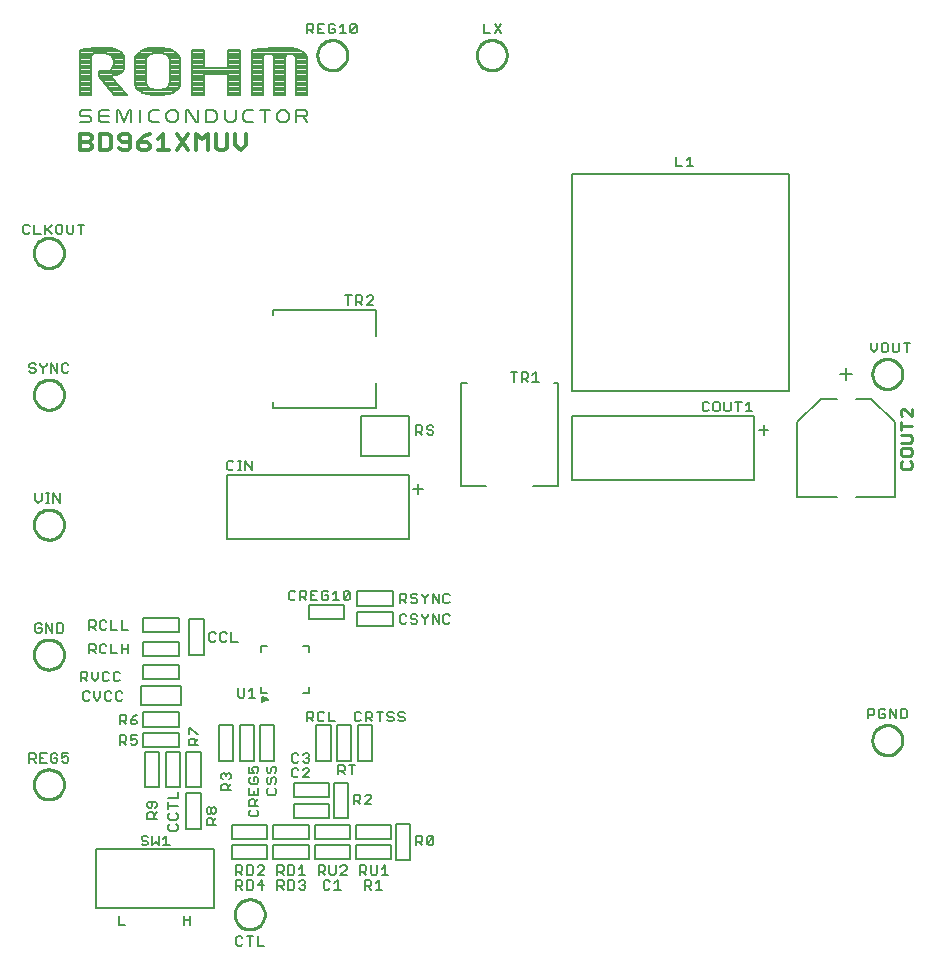
<source format=gto>
G75*
G70*
%OFA0B0*%
%FSLAX24Y24*%
%IPPOS*%
%LPD*%
%AMOC8*
5,1,8,0,0,1.08239X$1,22.5*
%
%ADD10C,0.0080*%
%ADD11C,0.0140*%
%ADD12C,0.0079*%
%ADD13C,0.0100*%
%ADD14C,0.0083*%
%ADD15C,0.0070*%
%ADD16C,0.0090*%
D10*
X004303Y000827D02*
X004513Y000827D01*
X004303Y000827D02*
X004303Y001141D01*
X006469Y001141D02*
X006469Y000827D01*
X006469Y000984D02*
X006678Y000984D01*
X006678Y001141D02*
X006678Y000827D01*
X008209Y000400D02*
X008209Y000191D01*
X008262Y000138D01*
X008366Y000138D01*
X008419Y000191D01*
X008419Y000400D02*
X008366Y000452D01*
X008262Y000452D01*
X008209Y000400D01*
X008572Y000452D02*
X008781Y000452D01*
X008676Y000452D02*
X008676Y000138D01*
X008934Y000138D02*
X008934Y000452D01*
X008934Y000138D02*
X009144Y000138D01*
X009086Y002009D02*
X009086Y002322D01*
X008929Y002165D01*
X009139Y002165D01*
X009139Y002501D02*
X008929Y002501D01*
X009139Y002710D01*
X009139Y002762D01*
X009086Y002815D01*
X008982Y002815D01*
X008929Y002762D01*
X008776Y002762D02*
X008724Y002815D01*
X008567Y002815D01*
X008567Y002501D01*
X008724Y002501D01*
X008776Y002553D01*
X008776Y002762D01*
X008414Y002762D02*
X008414Y002658D01*
X008361Y002605D01*
X008204Y002605D01*
X008204Y002501D02*
X008204Y002815D01*
X008361Y002815D01*
X008414Y002762D01*
X008309Y002605D02*
X008414Y002501D01*
X008361Y002322D02*
X008204Y002322D01*
X008204Y002009D01*
X008204Y002113D02*
X008361Y002113D01*
X008414Y002165D01*
X008414Y002270D01*
X008361Y002322D01*
X008567Y002322D02*
X008724Y002322D01*
X008776Y002270D01*
X008776Y002061D01*
X008724Y002009D01*
X008567Y002009D01*
X008567Y002322D01*
X008309Y002113D02*
X008414Y002009D01*
X009582Y002009D02*
X009582Y002322D01*
X009739Y002322D01*
X009792Y002270D01*
X009792Y002165D01*
X009739Y002113D01*
X009582Y002113D01*
X009687Y002113D02*
X009792Y002009D01*
X009945Y002009D02*
X009945Y002322D01*
X010102Y002322D01*
X010154Y002270D01*
X010154Y002061D01*
X010102Y002009D01*
X009945Y002009D01*
X010307Y002061D02*
X010360Y002009D01*
X010464Y002009D01*
X010517Y002061D01*
X010517Y002113D01*
X010464Y002165D01*
X010412Y002165D01*
X010464Y002165D02*
X010517Y002218D01*
X010517Y002270D01*
X010464Y002322D01*
X010360Y002322D01*
X010307Y002270D01*
X010307Y002501D02*
X010517Y002501D01*
X010412Y002501D02*
X010412Y002815D01*
X010307Y002710D01*
X010154Y002762D02*
X010102Y002815D01*
X009945Y002815D01*
X009945Y002501D01*
X010102Y002501D01*
X010154Y002553D01*
X010154Y002762D01*
X009792Y002762D02*
X009792Y002658D01*
X009739Y002605D01*
X009582Y002605D01*
X009582Y002501D02*
X009582Y002815D01*
X009739Y002815D01*
X009792Y002762D01*
X009687Y002605D02*
X009792Y002501D01*
X010960Y002501D02*
X010960Y002815D01*
X011117Y002815D01*
X011170Y002762D01*
X011170Y002658D01*
X011117Y002605D01*
X010960Y002605D01*
X011065Y002605D02*
X011170Y002501D01*
X011323Y002553D02*
X011375Y002501D01*
X011480Y002501D01*
X011532Y002553D01*
X011532Y002815D01*
X011685Y002762D02*
X011738Y002815D01*
X011842Y002815D01*
X011895Y002762D01*
X011895Y002710D01*
X011685Y002501D01*
X011895Y002501D01*
X011593Y002322D02*
X011593Y002009D01*
X011489Y002009D02*
X011698Y002009D01*
X011489Y002218D02*
X011593Y002322D01*
X011335Y002270D02*
X011283Y002322D01*
X011178Y002322D01*
X011126Y002270D01*
X011126Y002061D01*
X011178Y002009D01*
X011283Y002009D01*
X011335Y002061D01*
X011323Y002553D02*
X011323Y002815D01*
X012338Y002815D02*
X012495Y002815D01*
X012548Y002762D01*
X012548Y002658D01*
X012495Y002605D01*
X012338Y002605D01*
X012338Y002501D02*
X012338Y002815D01*
X012443Y002605D02*
X012548Y002501D01*
X012701Y002553D02*
X012753Y002501D01*
X012858Y002501D01*
X012910Y002553D01*
X012910Y002815D01*
X013063Y002710D02*
X013168Y002815D01*
X013168Y002501D01*
X013063Y002501D02*
X013273Y002501D01*
X012971Y002322D02*
X012971Y002009D01*
X012866Y002009D02*
X013076Y002009D01*
X012866Y002218D02*
X012971Y002322D01*
X012713Y002270D02*
X012713Y002165D01*
X012661Y002113D01*
X012504Y002113D01*
X012504Y002009D02*
X012504Y002322D01*
X012661Y002322D01*
X012713Y002270D01*
X012609Y002113D02*
X012713Y002009D01*
X012701Y002553D02*
X012701Y002815D01*
X014213Y003485D02*
X014213Y003799D01*
X014370Y003799D01*
X014423Y003747D01*
X014423Y003642D01*
X014370Y003590D01*
X014213Y003590D01*
X014318Y003590D02*
X014423Y003485D01*
X014576Y003537D02*
X014785Y003747D01*
X014785Y003537D01*
X014733Y003485D01*
X014628Y003485D01*
X014576Y003537D01*
X014576Y003747D01*
X014628Y003799D01*
X014733Y003799D01*
X014785Y003747D01*
X012718Y004863D02*
X012509Y004863D01*
X012718Y005072D01*
X012718Y005124D01*
X012666Y005177D01*
X012561Y005177D01*
X012509Y005124D01*
X012356Y005124D02*
X012356Y005020D01*
X012303Y004967D01*
X012146Y004967D01*
X012146Y004863D02*
X012146Y005177D01*
X012303Y005177D01*
X012356Y005124D01*
X012251Y004967D02*
X012356Y004863D01*
X012085Y005847D02*
X012085Y006161D01*
X011981Y006161D02*
X012190Y006161D01*
X011827Y006109D02*
X011827Y006004D01*
X011775Y005952D01*
X011618Y005952D01*
X011723Y005952D02*
X011827Y005847D01*
X011618Y005847D02*
X011618Y006161D01*
X011775Y006161D01*
X011827Y006109D01*
X010651Y006010D02*
X010599Y006063D01*
X010494Y006063D01*
X010442Y006010D01*
X010289Y006010D02*
X010236Y006063D01*
X010132Y006063D01*
X010079Y006010D01*
X010079Y005801D01*
X010132Y005749D01*
X010236Y005749D01*
X010289Y005801D01*
X010442Y005749D02*
X010651Y005958D01*
X010651Y006010D01*
X010599Y006241D02*
X010494Y006241D01*
X010442Y006293D01*
X010547Y006398D02*
X010599Y006398D01*
X010651Y006345D01*
X010651Y006293D01*
X010599Y006241D01*
X010599Y006398D02*
X010651Y006450D01*
X010651Y006502D01*
X010599Y006555D01*
X010494Y006555D01*
X010442Y006502D01*
X010289Y006502D02*
X010236Y006555D01*
X010132Y006555D01*
X010079Y006502D01*
X010079Y006293D01*
X010132Y006241D01*
X010236Y006241D01*
X010289Y006293D01*
X009547Y006055D02*
X009547Y005950D01*
X009494Y005898D01*
X009390Y005950D02*
X009390Y006055D01*
X009442Y006107D01*
X009494Y006107D01*
X009547Y006055D01*
X009390Y005950D02*
X009337Y005898D01*
X009285Y005898D01*
X009233Y005950D01*
X009233Y006055D01*
X009285Y006107D01*
X008956Y006055D02*
X008956Y005950D01*
X008904Y005898D01*
X008799Y005898D02*
X008747Y006003D01*
X008747Y006055D01*
X008799Y006107D01*
X008904Y006107D01*
X008956Y006055D01*
X008799Y005898D02*
X008642Y005898D01*
X008642Y006107D01*
X008694Y005745D02*
X008642Y005692D01*
X008642Y005588D01*
X008694Y005535D01*
X008904Y005535D01*
X008956Y005588D01*
X008956Y005692D01*
X008904Y005745D01*
X008799Y005745D01*
X008799Y005640D01*
X008642Y005382D02*
X008642Y005173D01*
X008956Y005173D01*
X008956Y005382D01*
X008799Y005278D02*
X008799Y005173D01*
X008799Y005020D02*
X008694Y005020D01*
X008642Y004967D01*
X008642Y004810D01*
X008956Y004810D01*
X008851Y004810D02*
X008851Y004967D01*
X008799Y005020D01*
X008851Y004915D02*
X008956Y005020D01*
X009233Y005225D02*
X009285Y005173D01*
X009494Y005173D01*
X009547Y005225D01*
X009547Y005330D01*
X009494Y005382D01*
X009494Y005535D02*
X009547Y005588D01*
X009547Y005692D01*
X009494Y005745D01*
X009442Y005745D01*
X009390Y005692D01*
X009390Y005588D01*
X009337Y005535D01*
X009285Y005535D01*
X009233Y005588D01*
X009233Y005692D01*
X009285Y005745D01*
X009285Y005382D02*
X009233Y005330D01*
X009233Y005225D01*
X008904Y004657D02*
X008956Y004605D01*
X008956Y004500D01*
X008904Y004448D01*
X008694Y004448D01*
X008642Y004500D01*
X008642Y004605D01*
X008694Y004657D01*
X008031Y005319D02*
X007717Y005319D01*
X007717Y005476D01*
X007769Y005528D01*
X007874Y005528D01*
X007926Y005476D01*
X007926Y005319D01*
X007926Y005424D02*
X008031Y005528D01*
X007979Y005681D02*
X008031Y005734D01*
X008031Y005838D01*
X007979Y005891D01*
X007926Y005891D01*
X007874Y005838D01*
X007874Y005786D01*
X007874Y005838D02*
X007822Y005891D01*
X007769Y005891D01*
X007717Y005838D01*
X007717Y005734D01*
X007769Y005681D01*
X007486Y004746D02*
X007539Y004693D01*
X007539Y004589D01*
X007486Y004536D01*
X007434Y004536D01*
X007382Y004589D01*
X007382Y004693D01*
X007434Y004746D01*
X007486Y004746D01*
X007382Y004693D02*
X007329Y004746D01*
X007277Y004746D01*
X007225Y004693D01*
X007225Y004589D01*
X007277Y004536D01*
X007329Y004536D01*
X007382Y004589D01*
X007382Y004383D02*
X007434Y004331D01*
X007434Y004174D01*
X007434Y004279D02*
X007539Y004383D01*
X007382Y004383D02*
X007277Y004383D01*
X007225Y004331D01*
X007225Y004174D01*
X007539Y004174D01*
X006259Y004134D02*
X006207Y004186D01*
X006259Y004134D02*
X006259Y004029D01*
X006207Y003977D01*
X005998Y003977D01*
X005945Y004029D01*
X005945Y004134D01*
X005998Y004186D01*
X005998Y004340D02*
X006207Y004340D01*
X006259Y004392D01*
X006259Y004497D01*
X006207Y004549D01*
X005998Y004549D02*
X005945Y004497D01*
X005945Y004392D01*
X005998Y004340D01*
X005945Y004702D02*
X005945Y004911D01*
X005945Y004807D02*
X006259Y004807D01*
X006259Y005065D02*
X006259Y005274D01*
X006259Y005065D02*
X005945Y005065D01*
X005570Y004890D02*
X005518Y004943D01*
X005309Y004943D01*
X005256Y004890D01*
X005256Y004786D01*
X005309Y004733D01*
X005361Y004733D01*
X005413Y004786D01*
X005413Y004943D01*
X005570Y004890D02*
X005570Y004786D01*
X005518Y004733D01*
X005570Y004580D02*
X005466Y004475D01*
X005466Y004528D02*
X005466Y004371D01*
X005570Y004371D02*
X005256Y004371D01*
X005256Y004528D01*
X005309Y004580D01*
X005413Y004580D01*
X005466Y004528D01*
X005422Y003799D02*
X005422Y003485D01*
X005527Y003590D01*
X005632Y003485D01*
X005632Y003799D01*
X005785Y003694D02*
X005889Y003799D01*
X005889Y003485D01*
X005785Y003485D02*
X005994Y003485D01*
X005269Y003537D02*
X005217Y003485D01*
X005112Y003485D01*
X005060Y003537D01*
X005112Y003642D02*
X005217Y003642D01*
X005269Y003590D01*
X005269Y003537D01*
X005112Y003642D02*
X005060Y003694D01*
X005060Y003747D01*
X005112Y003799D01*
X005217Y003799D01*
X005269Y003747D01*
X002616Y006293D02*
X002564Y006241D01*
X002459Y006241D01*
X002407Y006293D01*
X002407Y006398D02*
X002512Y006450D01*
X002564Y006450D01*
X002616Y006398D01*
X002616Y006293D01*
X002407Y006398D02*
X002407Y006555D01*
X002616Y006555D01*
X002254Y006502D02*
X002202Y006555D01*
X002097Y006555D01*
X002045Y006502D01*
X002045Y006293D01*
X002097Y006241D01*
X002202Y006241D01*
X002254Y006293D01*
X002254Y006398D01*
X002149Y006398D01*
X001891Y006555D02*
X001682Y006555D01*
X001682Y006241D01*
X001891Y006241D01*
X001787Y006398D02*
X001682Y006398D01*
X001529Y006398D02*
X001477Y006345D01*
X001320Y006345D01*
X001424Y006345D02*
X001529Y006241D01*
X001529Y006398D02*
X001529Y006502D01*
X001477Y006555D01*
X001320Y006555D01*
X001320Y006241D01*
X003170Y008308D02*
X003274Y008308D01*
X003327Y008360D01*
X003480Y008412D02*
X003585Y008308D01*
X003689Y008412D01*
X003689Y008622D01*
X003843Y008569D02*
X003843Y008360D01*
X003895Y008308D01*
X004000Y008308D01*
X004052Y008360D01*
X004205Y008360D02*
X004257Y008308D01*
X004362Y008308D01*
X004414Y008360D01*
X004205Y008360D02*
X004205Y008569D01*
X004257Y008622D01*
X004362Y008622D01*
X004414Y008569D01*
X004052Y008569D02*
X004000Y008622D01*
X003895Y008622D01*
X003843Y008569D01*
X003480Y008622D02*
X003480Y008412D01*
X003327Y008569D02*
X003274Y008622D01*
X003170Y008622D01*
X003118Y008569D01*
X003118Y008360D01*
X003170Y008308D01*
X003248Y008957D02*
X003143Y009062D01*
X003196Y009062D02*
X003039Y009062D01*
X003039Y008957D02*
X003039Y009271D01*
X003196Y009271D01*
X003248Y009219D01*
X003248Y009114D01*
X003196Y009062D01*
X003401Y009062D02*
X003401Y009271D01*
X003401Y009062D02*
X003506Y008957D01*
X003611Y009062D01*
X003611Y009271D01*
X003764Y009219D02*
X003764Y009010D01*
X003816Y008957D01*
X003921Y008957D01*
X003973Y009010D01*
X004126Y009010D02*
X004126Y009219D01*
X004179Y009271D01*
X004283Y009271D01*
X004336Y009219D01*
X004336Y009010D02*
X004283Y008957D01*
X004179Y008957D01*
X004126Y009010D01*
X003973Y009219D02*
X003921Y009271D01*
X003816Y009271D01*
X003764Y009219D01*
X003729Y009883D02*
X003834Y009883D01*
X003886Y009935D01*
X004039Y009883D02*
X004039Y010196D01*
X003886Y010144D02*
X003834Y010196D01*
X003729Y010196D01*
X003677Y010144D01*
X003677Y009935D01*
X003729Y009883D01*
X003524Y009883D02*
X003419Y009987D01*
X003471Y009987D02*
X003314Y009987D01*
X003314Y009883D02*
X003314Y010196D01*
X003471Y010196D01*
X003524Y010144D01*
X003524Y010040D01*
X003471Y009987D01*
X003524Y010670D02*
X003419Y010775D01*
X003471Y010775D02*
X003314Y010775D01*
X003314Y010670D02*
X003314Y010984D01*
X003471Y010984D01*
X003524Y010932D01*
X003524Y010827D01*
X003471Y010775D01*
X003677Y010722D02*
X003729Y010670D01*
X003834Y010670D01*
X003886Y010722D01*
X004039Y010670D02*
X004249Y010670D01*
X004402Y010670D02*
X004611Y010670D01*
X004402Y010670D02*
X004402Y010984D01*
X004039Y010984D02*
X004039Y010670D01*
X003886Y010932D02*
X003834Y010984D01*
X003729Y010984D01*
X003677Y010932D01*
X003677Y010722D01*
X004402Y010196D02*
X004402Y009883D01*
X004249Y009883D02*
X004039Y009883D01*
X004402Y010040D02*
X004611Y010040D01*
X004611Y010196D02*
X004611Y009883D01*
X002451Y010624D02*
X002451Y010833D01*
X002398Y010885D01*
X002241Y010885D01*
X002241Y010571D01*
X002398Y010571D01*
X002451Y010624D01*
X002088Y010571D02*
X002088Y010885D01*
X001879Y010885D02*
X001879Y010571D01*
X001726Y010624D02*
X001726Y010728D01*
X001621Y010728D01*
X001516Y010624D02*
X001516Y010833D01*
X001569Y010885D01*
X001673Y010885D01*
X001726Y010833D01*
X001879Y010885D02*
X002088Y010571D01*
X001726Y010624D02*
X001673Y010571D01*
X001569Y010571D01*
X001516Y010624D01*
X004335Y007145D02*
X004492Y007145D01*
X004544Y007093D01*
X004544Y006988D01*
X004492Y006936D01*
X004335Y006936D01*
X004439Y006936D02*
X004544Y006831D01*
X004697Y006884D02*
X004749Y006831D01*
X004854Y006831D01*
X004906Y006884D01*
X004906Y006988D01*
X004854Y007041D01*
X004802Y007041D01*
X004697Y006988D01*
X004697Y007145D01*
X004906Y007145D01*
X004335Y007145D02*
X004335Y006831D01*
X007376Y010276D02*
X007480Y010276D01*
X007533Y010329D01*
X007686Y010329D02*
X007738Y010276D01*
X007843Y010276D01*
X007895Y010329D01*
X008048Y010276D02*
X008258Y010276D01*
X008048Y010276D02*
X008048Y010590D01*
X007895Y010538D02*
X007843Y010590D01*
X007738Y010590D01*
X007686Y010538D01*
X007686Y010329D01*
X007533Y010538D02*
X007480Y010590D01*
X007376Y010590D01*
X007323Y010538D01*
X007323Y010329D01*
X007376Y010276D01*
X008272Y008720D02*
X008272Y008458D01*
X008324Y008406D01*
X008429Y008406D01*
X008481Y008458D01*
X008481Y008720D01*
X008634Y008615D02*
X008739Y008720D01*
X008739Y008406D01*
X008843Y008406D02*
X008634Y008406D01*
X010571Y007933D02*
X010571Y007619D01*
X010571Y007723D02*
X010728Y007723D01*
X010781Y007776D01*
X010781Y007880D01*
X010728Y007933D01*
X010571Y007933D01*
X010676Y007723D02*
X010781Y007619D01*
X010934Y007671D02*
X010986Y007619D01*
X011091Y007619D01*
X011143Y007671D01*
X011297Y007619D02*
X011506Y007619D01*
X011297Y007619D02*
X011297Y007933D01*
X011143Y007880D02*
X011091Y007933D01*
X010986Y007933D01*
X010934Y007880D01*
X010934Y007671D01*
X012166Y007671D02*
X012218Y007619D01*
X012323Y007619D01*
X012375Y007671D01*
X012528Y007619D02*
X012528Y007933D01*
X012685Y007933D01*
X012738Y007880D01*
X012738Y007776D01*
X012685Y007723D01*
X012528Y007723D01*
X012633Y007723D02*
X012738Y007619D01*
X012996Y007619D02*
X012996Y007933D01*
X013100Y007933D02*
X012891Y007933D01*
X013254Y007880D02*
X013254Y007828D01*
X013306Y007776D01*
X013411Y007776D01*
X013463Y007723D01*
X013463Y007671D01*
X013411Y007619D01*
X013306Y007619D01*
X013254Y007671D01*
X013254Y007880D02*
X013306Y007933D01*
X013411Y007933D01*
X013463Y007880D01*
X013616Y007880D02*
X013616Y007828D01*
X013668Y007776D01*
X013773Y007776D01*
X013825Y007723D01*
X013825Y007671D01*
X013773Y007619D01*
X013668Y007619D01*
X013616Y007671D01*
X013616Y007880D02*
X013668Y007933D01*
X013773Y007933D01*
X013825Y007880D01*
X012375Y007880D02*
X012323Y007933D01*
X012218Y007933D01*
X012166Y007880D01*
X012166Y007671D01*
X010651Y005749D02*
X010442Y005749D01*
X013724Y010867D02*
X013829Y010867D01*
X013881Y010919D01*
X014034Y010919D02*
X014087Y010867D01*
X014191Y010867D01*
X014244Y010919D01*
X014244Y010971D01*
X014191Y011024D01*
X014087Y011024D01*
X014034Y011076D01*
X014034Y011128D01*
X014087Y011181D01*
X014191Y011181D01*
X014244Y011128D01*
X014397Y011128D02*
X014502Y011024D01*
X014502Y010867D01*
X014502Y011024D02*
X014606Y011128D01*
X014606Y011181D01*
X014759Y011181D02*
X014969Y010867D01*
X014969Y011181D01*
X015122Y011128D02*
X015122Y010919D01*
X015174Y010867D01*
X015279Y010867D01*
X015331Y010919D01*
X015331Y011128D02*
X015279Y011181D01*
X015174Y011181D01*
X015122Y011128D01*
X014759Y011181D02*
X014759Y010867D01*
X014397Y011128D02*
X014397Y011181D01*
X014502Y011556D02*
X014502Y011713D01*
X014606Y011817D01*
X014606Y011870D01*
X014759Y011870D02*
X014969Y011556D01*
X014969Y011870D01*
X015122Y011817D02*
X015122Y011608D01*
X015174Y011556D01*
X015279Y011556D01*
X015331Y011608D01*
X015331Y011817D02*
X015279Y011870D01*
X015174Y011870D01*
X015122Y011817D01*
X014759Y011870D02*
X014759Y011556D01*
X014502Y011713D02*
X014397Y011817D01*
X014397Y011870D01*
X014244Y011817D02*
X014191Y011870D01*
X014087Y011870D01*
X014034Y011817D01*
X014034Y011765D01*
X014087Y011713D01*
X014191Y011713D01*
X014244Y011660D01*
X014244Y011608D01*
X014191Y011556D01*
X014087Y011556D01*
X014034Y011608D01*
X013881Y011556D02*
X013777Y011660D01*
X013829Y011660D02*
X013672Y011660D01*
X013672Y011556D02*
X013672Y011870D01*
X013829Y011870D01*
X013881Y011817D01*
X013881Y011713D01*
X013829Y011660D01*
X013829Y011181D02*
X013724Y011181D01*
X013672Y011128D01*
X013672Y010919D01*
X013724Y010867D01*
X013881Y011128D02*
X013829Y011181D01*
X012003Y011707D02*
X011950Y011654D01*
X011846Y011654D01*
X011794Y011707D01*
X012003Y011916D01*
X012003Y011707D01*
X012003Y011916D02*
X011950Y011968D01*
X011846Y011968D01*
X011794Y011916D01*
X011794Y011707D01*
X011640Y011654D02*
X011431Y011654D01*
X011536Y011654D02*
X011536Y011968D01*
X011431Y011863D01*
X011278Y011811D02*
X011173Y011811D01*
X011278Y011811D02*
X011278Y011707D01*
X011225Y011654D01*
X011121Y011654D01*
X011068Y011707D01*
X011068Y011916D01*
X011121Y011968D01*
X011225Y011968D01*
X011278Y011916D01*
X010915Y011968D02*
X010706Y011968D01*
X010706Y011654D01*
X010915Y011654D01*
X010811Y011811D02*
X010706Y011811D01*
X010553Y011811D02*
X010500Y011759D01*
X010343Y011759D01*
X010343Y011654D02*
X010343Y011968D01*
X010500Y011968D01*
X010553Y011916D01*
X010553Y011811D01*
X010448Y011759D02*
X010553Y011654D01*
X010190Y011707D02*
X010138Y011654D01*
X010033Y011654D01*
X009981Y011707D01*
X009981Y011916D01*
X010033Y011968D01*
X010138Y011968D01*
X010190Y011916D01*
X008728Y015985D02*
X008728Y016299D01*
X008518Y016299D02*
X008728Y015985D01*
X008518Y015985D02*
X008518Y016299D01*
X008381Y016299D02*
X008277Y016299D01*
X008329Y016299D02*
X008329Y015985D01*
X008277Y015985D02*
X008381Y015985D01*
X008123Y016037D02*
X008071Y015985D01*
X007966Y015985D01*
X007914Y016037D01*
X007914Y016247D01*
X007966Y016299D01*
X008071Y016299D01*
X008123Y016247D01*
X002616Y019285D02*
X002564Y019233D01*
X002459Y019233D01*
X002407Y019285D01*
X002407Y019495D01*
X002459Y019547D01*
X002564Y019547D01*
X002616Y019495D01*
X002254Y019547D02*
X002254Y019233D01*
X002045Y019547D01*
X002045Y019233D01*
X001787Y019233D02*
X001787Y019390D01*
X001891Y019495D01*
X001891Y019547D01*
X001787Y019390D02*
X001682Y019495D01*
X001682Y019547D01*
X001529Y019495D02*
X001477Y019547D01*
X001372Y019547D01*
X001320Y019495D01*
X001320Y019442D01*
X001372Y019390D01*
X001477Y019390D01*
X001529Y019338D01*
X001529Y019285D01*
X001477Y019233D01*
X001372Y019233D01*
X001320Y019285D01*
X001516Y015216D02*
X001516Y015007D01*
X001621Y014902D01*
X001726Y015007D01*
X001726Y015216D01*
X001879Y015216D02*
X001984Y015216D01*
X001931Y015216D02*
X001931Y014902D01*
X001879Y014902D02*
X001984Y014902D01*
X002121Y014902D02*
X002121Y015216D01*
X002330Y014902D01*
X002330Y015216D01*
X002367Y023859D02*
X002420Y023911D01*
X002420Y024121D01*
X002367Y024173D01*
X002263Y024173D01*
X002210Y024121D01*
X002210Y023911D01*
X002263Y023859D01*
X002367Y023859D01*
X002573Y023911D02*
X002573Y024173D01*
X002782Y024173D02*
X002782Y023911D01*
X002730Y023859D01*
X002625Y023859D01*
X002573Y023911D01*
X002935Y024173D02*
X003145Y024173D01*
X003040Y024173D02*
X003040Y023859D01*
X002057Y023859D02*
X001900Y024016D01*
X001848Y023964D02*
X002057Y024173D01*
X001848Y024173D02*
X001848Y023859D01*
X001695Y023859D02*
X001485Y023859D01*
X001485Y024173D01*
X001332Y024121D02*
X001280Y024173D01*
X001175Y024173D01*
X001123Y024121D01*
X001123Y023911D01*
X001175Y023859D01*
X001280Y023859D01*
X001332Y023911D01*
X010571Y030552D02*
X010571Y030866D01*
X010728Y030866D01*
X010781Y030813D01*
X010781Y030709D01*
X010728Y030656D01*
X010571Y030656D01*
X010676Y030656D02*
X010781Y030552D01*
X010934Y030552D02*
X011143Y030552D01*
X011297Y030604D02*
X011349Y030552D01*
X011454Y030552D01*
X011506Y030604D01*
X011506Y030709D01*
X011401Y030709D01*
X011297Y030813D02*
X011297Y030604D01*
X011297Y030813D02*
X011349Y030866D01*
X011454Y030866D01*
X011506Y030813D01*
X011659Y030761D02*
X011764Y030866D01*
X011764Y030552D01*
X011868Y030552D02*
X011659Y030552D01*
X012022Y030604D02*
X012231Y030813D01*
X012231Y030604D01*
X012179Y030552D01*
X012074Y030552D01*
X012022Y030604D01*
X012022Y030813D01*
X012074Y030866D01*
X012179Y030866D01*
X012231Y030813D01*
X011143Y030866D02*
X010934Y030866D01*
X010934Y030552D01*
X010934Y030709D02*
X011039Y030709D01*
X016477Y030866D02*
X016477Y030552D01*
X016686Y030552D01*
X016840Y030552D02*
X017049Y030866D01*
X016840Y030866D02*
X017049Y030552D01*
X022875Y026437D02*
X022875Y026123D01*
X023084Y026123D01*
X023237Y026123D02*
X023446Y026123D01*
X023342Y026123D02*
X023342Y026437D01*
X023237Y026332D01*
X029371Y020236D02*
X029371Y020027D01*
X029475Y019922D01*
X029580Y020027D01*
X029580Y020236D01*
X029733Y020184D02*
X029733Y019974D01*
X029786Y019922D01*
X029890Y019922D01*
X029943Y019974D01*
X029943Y020184D01*
X029890Y020236D01*
X029786Y020236D01*
X029733Y020184D01*
X030096Y020236D02*
X030096Y019974D01*
X030148Y019922D01*
X030253Y019922D01*
X030305Y019974D01*
X030305Y020236D01*
X030458Y020236D02*
X030668Y020236D01*
X030563Y020236D02*
X030563Y019922D01*
X025315Y018267D02*
X025315Y017953D01*
X025211Y017953D02*
X025420Y017953D01*
X025211Y018163D02*
X025315Y018267D01*
X025057Y018267D02*
X024848Y018267D01*
X024953Y018267D02*
X024953Y017953D01*
X024695Y018006D02*
X024695Y018267D01*
X024485Y018267D02*
X024485Y018006D01*
X024538Y017953D01*
X024642Y017953D01*
X024695Y018006D01*
X024332Y018006D02*
X024332Y018215D01*
X024280Y018267D01*
X024175Y018267D01*
X024123Y018215D01*
X024123Y018006D01*
X024175Y017953D01*
X024280Y017953D01*
X024332Y018006D01*
X023970Y018006D02*
X023917Y017953D01*
X023813Y017953D01*
X023760Y018006D01*
X023760Y018215D01*
X023813Y018267D01*
X023917Y018267D01*
X023970Y018215D01*
X018297Y018938D02*
X018088Y018938D01*
X018193Y018938D02*
X018193Y019252D01*
X018088Y019147D01*
X017935Y019199D02*
X017935Y019095D01*
X017882Y019042D01*
X017725Y019042D01*
X017725Y018938D02*
X017725Y019252D01*
X017882Y019252D01*
X017935Y019199D01*
X017830Y019042D02*
X017935Y018938D01*
X017467Y018938D02*
X017467Y019252D01*
X017363Y019252D02*
X017572Y019252D01*
X014785Y017428D02*
X014733Y017480D01*
X014628Y017480D01*
X014576Y017428D01*
X014576Y017375D01*
X014628Y017323D01*
X014733Y017323D01*
X014785Y017271D01*
X014785Y017218D01*
X014733Y017166D01*
X014628Y017166D01*
X014576Y017218D01*
X014423Y017166D02*
X014318Y017271D01*
X014370Y017271D02*
X014213Y017271D01*
X014213Y017166D02*
X014213Y017480D01*
X014370Y017480D01*
X014423Y017428D01*
X014423Y017323D01*
X014370Y017271D01*
X012785Y021497D02*
X012576Y021497D01*
X012785Y021706D01*
X012785Y021758D01*
X012733Y021811D01*
X012628Y021811D01*
X012576Y021758D01*
X012423Y021758D02*
X012423Y021654D01*
X012371Y021601D01*
X012214Y021601D01*
X012318Y021601D02*
X012423Y021497D01*
X012214Y021497D02*
X012214Y021811D01*
X012371Y021811D01*
X012423Y021758D01*
X012060Y021811D02*
X011851Y021811D01*
X011956Y021811D02*
X011956Y021497D01*
X029272Y008031D02*
X029429Y008031D01*
X029482Y007979D01*
X029482Y007874D01*
X029429Y007822D01*
X029272Y007822D01*
X029272Y007717D02*
X029272Y008031D01*
X029635Y007979D02*
X029635Y007769D01*
X029687Y007717D01*
X029792Y007717D01*
X029844Y007769D01*
X029844Y007874D01*
X029739Y007874D01*
X029635Y007979D02*
X029687Y008031D01*
X029792Y008031D01*
X029844Y007979D01*
X029997Y008031D02*
X030207Y007717D01*
X030207Y008031D01*
X030360Y008031D02*
X030517Y008031D01*
X030569Y007979D01*
X030569Y007769D01*
X030517Y007717D01*
X030360Y007717D01*
X030360Y008031D01*
X029997Y008031D02*
X029997Y007717D01*
D11*
X008553Y026832D02*
X008366Y026645D01*
X008179Y026832D01*
X008179Y027205D01*
X007908Y027205D02*
X007908Y026738D01*
X007815Y026645D01*
X007628Y026645D01*
X007535Y026738D01*
X007535Y027205D01*
X007264Y027205D02*
X007264Y026645D01*
X006890Y026645D02*
X006890Y027205D01*
X007077Y027018D01*
X007264Y027205D01*
X006619Y027205D02*
X006246Y026645D01*
X005975Y026645D02*
X005601Y026645D01*
X005788Y026645D02*
X005788Y027205D01*
X005601Y027018D01*
X005330Y026832D02*
X005237Y026925D01*
X004956Y026925D01*
X004956Y026738D01*
X005050Y026645D01*
X005237Y026645D01*
X005330Y026738D01*
X005330Y026832D01*
X005143Y027112D02*
X004956Y026925D01*
X005143Y027112D02*
X005330Y027205D01*
X004686Y027112D02*
X004686Y026738D01*
X004592Y026645D01*
X004405Y026645D01*
X004312Y026738D01*
X004405Y026925D02*
X004686Y026925D01*
X004686Y027112D02*
X004592Y027205D01*
X004405Y027205D01*
X004312Y027112D01*
X004312Y027018D01*
X004405Y026925D01*
X004041Y026738D02*
X004041Y027112D01*
X003948Y027205D01*
X003667Y027205D01*
X003667Y026645D01*
X003948Y026645D01*
X004041Y026738D01*
X003396Y026738D02*
X003303Y026645D01*
X003023Y026645D01*
X003023Y027205D01*
X003303Y027205D01*
X003396Y027112D01*
X003396Y027018D01*
X003303Y026925D01*
X003023Y026925D01*
X003303Y026925D02*
X003396Y026832D01*
X003396Y026738D01*
X006246Y027205D02*
X006619Y026645D01*
X008553Y026832D02*
X008553Y027205D01*
D12*
X003543Y003346D02*
X003543Y001378D01*
X007480Y001378D01*
X007480Y003346D01*
X003543Y003346D01*
X005177Y005413D02*
X005650Y005413D01*
X005650Y006594D01*
X005177Y006594D01*
X005177Y005413D01*
X005866Y005413D02*
X006339Y005413D01*
X006339Y006594D01*
X005866Y006594D01*
X005866Y005413D01*
X006555Y005413D02*
X007028Y005413D01*
X007028Y006594D01*
X006555Y006594D01*
X006555Y005413D01*
X006555Y005217D02*
X007028Y005217D01*
X007028Y004035D01*
X006555Y004035D01*
X006555Y005217D01*
X007638Y006299D02*
X008110Y006299D01*
X008110Y007480D01*
X007638Y007480D01*
X007638Y006299D01*
X008327Y006299D02*
X008799Y006299D01*
X008799Y007480D01*
X008327Y007480D01*
X008327Y006299D01*
X009016Y006299D02*
X009488Y006299D01*
X009488Y007480D01*
X009016Y007480D01*
X009016Y006299D01*
X010138Y005551D02*
X010138Y005079D01*
X011319Y005079D01*
X011319Y005551D01*
X010138Y005551D01*
X010138Y004862D02*
X010138Y004390D01*
X011319Y004390D01*
X011319Y004862D01*
X010138Y004862D01*
X010630Y004173D02*
X009449Y004173D01*
X009449Y003701D01*
X010630Y003701D01*
X010630Y004173D01*
X010827Y004173D02*
X010827Y003701D01*
X012008Y003701D01*
X012008Y004173D01*
X010827Y004173D01*
X011476Y004380D02*
X011949Y004380D01*
X011949Y005561D01*
X011476Y005561D01*
X011476Y004380D01*
X012205Y004173D02*
X012205Y003701D01*
X013386Y003701D01*
X013386Y004173D01*
X012205Y004173D01*
X012205Y003484D02*
X012205Y003012D01*
X013386Y003012D01*
X013386Y003484D01*
X012205Y003484D01*
X012008Y003484D02*
X010827Y003484D01*
X010827Y003012D01*
X012008Y003012D01*
X012008Y003484D01*
X010630Y003484D02*
X010630Y003012D01*
X009449Y003012D01*
X009449Y003484D01*
X010630Y003484D01*
X009252Y003484D02*
X009252Y003012D01*
X008071Y003012D01*
X008071Y003484D01*
X009252Y003484D01*
X009252Y003701D02*
X009252Y004173D01*
X008071Y004173D01*
X008071Y003701D01*
X009252Y003701D01*
X010886Y006299D02*
X011358Y006299D01*
X011358Y007480D01*
X010886Y007480D01*
X010886Y006299D01*
X011575Y006299D02*
X012047Y006299D01*
X012047Y007480D01*
X011575Y007480D01*
X011575Y006299D01*
X012264Y006299D02*
X012736Y006299D01*
X012736Y007480D01*
X012264Y007480D01*
X012264Y006299D01*
X013543Y004183D02*
X014016Y004183D01*
X014016Y003002D01*
X013543Y003002D01*
X013543Y004183D01*
X009272Y008346D02*
X009075Y008268D01*
X009075Y008425D01*
X009272Y008346D01*
X009260Y008342D02*
X009075Y008342D01*
X009075Y008419D02*
X009090Y008419D01*
X009055Y008563D02*
X009252Y008563D01*
X009055Y008563D02*
X009055Y008760D01*
X009055Y009941D02*
X009055Y010138D01*
X009252Y010138D01*
X010433Y010138D02*
X010630Y010138D01*
X010630Y009941D01*
X010630Y011033D02*
X011811Y011033D01*
X011811Y011506D01*
X010630Y011506D01*
X010630Y011033D01*
X012254Y011260D02*
X012254Y010787D01*
X013435Y010787D01*
X013435Y011260D01*
X012254Y011260D01*
X012254Y011476D02*
X012254Y011949D01*
X013435Y011949D01*
X013435Y011476D01*
X012254Y011476D01*
X013957Y013701D02*
X013957Y015827D01*
X007894Y015827D01*
X007894Y013701D01*
X013957Y013701D01*
X014276Y015197D02*
X014276Y015512D01*
X014433Y015354D02*
X014118Y015354D01*
X013976Y016457D02*
X012362Y016457D01*
X012362Y017795D01*
X013976Y017795D01*
X013976Y016457D01*
X012874Y018057D02*
X012874Y018904D01*
X012874Y018057D02*
X009449Y018057D01*
X009449Y018254D01*
X009449Y021156D02*
X009449Y021313D01*
X012874Y021313D01*
X012874Y020467D01*
X015695Y018898D02*
X015892Y018898D01*
X015695Y018898D02*
X015695Y015472D01*
X016541Y015472D01*
X018104Y015472D02*
X018951Y015472D01*
X018951Y018898D01*
X018793Y018898D01*
X019409Y018622D02*
X026654Y018622D01*
X026654Y025866D01*
X019409Y025866D01*
X019409Y018622D01*
X019409Y017795D02*
X025472Y017795D01*
X025472Y015669D01*
X019409Y015669D01*
X019409Y017795D01*
X025634Y017323D02*
X025949Y017323D01*
X025791Y017480D02*
X025791Y017165D01*
X026909Y017579D02*
X027697Y018366D01*
X028228Y018366D01*
X028858Y018366D02*
X029390Y018366D01*
X030177Y017579D01*
X030177Y015098D01*
X028858Y015098D01*
X028228Y015098D02*
X026909Y015098D01*
X026909Y017579D01*
X028346Y019193D02*
X028740Y019193D01*
X028543Y018996D02*
X028543Y019390D01*
X010630Y008760D02*
X010630Y008563D01*
X010433Y008563D01*
X007126Y009843D02*
X007126Y011024D01*
X006654Y011024D01*
X006654Y009843D01*
X007126Y009843D01*
X006299Y009803D02*
X006299Y010276D01*
X005118Y010276D01*
X005118Y009803D01*
X006299Y009803D01*
X006299Y009488D02*
X005118Y009488D01*
X005118Y009016D01*
X006299Y009016D01*
X006299Y009488D01*
X006378Y008780D02*
X006378Y008150D01*
X005039Y008150D01*
X005039Y008780D01*
X006378Y008780D01*
X006299Y007913D02*
X005118Y007913D01*
X005118Y007441D01*
X006299Y007441D01*
X006299Y007913D01*
X006299Y007224D02*
X005118Y007224D01*
X005118Y006752D01*
X006299Y006752D01*
X006299Y007224D01*
X006299Y010591D02*
X005118Y010591D01*
X005118Y011063D01*
X006299Y011063D01*
X006299Y010591D01*
D13*
X001469Y009843D02*
X001471Y009887D01*
X001477Y009931D01*
X001487Y009974D01*
X001500Y010016D01*
X001517Y010057D01*
X001538Y010096D01*
X001562Y010133D01*
X001589Y010168D01*
X001619Y010200D01*
X001652Y010230D01*
X001688Y010256D01*
X001725Y010280D01*
X001765Y010299D01*
X001806Y010316D01*
X001849Y010328D01*
X001892Y010337D01*
X001936Y010342D01*
X001980Y010343D01*
X002024Y010340D01*
X002068Y010333D01*
X002111Y010322D01*
X002153Y010308D01*
X002193Y010290D01*
X002232Y010268D01*
X002268Y010244D01*
X002302Y010216D01*
X002334Y010185D01*
X002363Y010151D01*
X002389Y010115D01*
X002411Y010077D01*
X002430Y010037D01*
X002445Y009995D01*
X002457Y009953D01*
X002465Y009909D01*
X002469Y009865D01*
X002469Y009821D01*
X002465Y009777D01*
X002457Y009733D01*
X002445Y009691D01*
X002430Y009649D01*
X002411Y009609D01*
X002389Y009571D01*
X002363Y009535D01*
X002334Y009501D01*
X002302Y009470D01*
X002268Y009442D01*
X002232Y009418D01*
X002193Y009396D01*
X002153Y009378D01*
X002111Y009364D01*
X002068Y009353D01*
X002024Y009346D01*
X001980Y009343D01*
X001936Y009344D01*
X001892Y009349D01*
X001849Y009358D01*
X001806Y009370D01*
X001765Y009387D01*
X001725Y009406D01*
X001688Y009430D01*
X001652Y009456D01*
X001619Y009486D01*
X001589Y009518D01*
X001562Y009553D01*
X001538Y009590D01*
X001517Y009629D01*
X001500Y009670D01*
X001487Y009712D01*
X001477Y009755D01*
X001471Y009799D01*
X001469Y009843D01*
X001469Y005512D02*
X001471Y005556D01*
X001477Y005600D01*
X001487Y005643D01*
X001500Y005685D01*
X001517Y005726D01*
X001538Y005765D01*
X001562Y005802D01*
X001589Y005837D01*
X001619Y005869D01*
X001652Y005899D01*
X001688Y005925D01*
X001725Y005949D01*
X001765Y005968D01*
X001806Y005985D01*
X001849Y005997D01*
X001892Y006006D01*
X001936Y006011D01*
X001980Y006012D01*
X002024Y006009D01*
X002068Y006002D01*
X002111Y005991D01*
X002153Y005977D01*
X002193Y005959D01*
X002232Y005937D01*
X002268Y005913D01*
X002302Y005885D01*
X002334Y005854D01*
X002363Y005820D01*
X002389Y005784D01*
X002411Y005746D01*
X002430Y005706D01*
X002445Y005664D01*
X002457Y005622D01*
X002465Y005578D01*
X002469Y005534D01*
X002469Y005490D01*
X002465Y005446D01*
X002457Y005402D01*
X002445Y005360D01*
X002430Y005318D01*
X002411Y005278D01*
X002389Y005240D01*
X002363Y005204D01*
X002334Y005170D01*
X002302Y005139D01*
X002268Y005111D01*
X002232Y005087D01*
X002193Y005065D01*
X002153Y005047D01*
X002111Y005033D01*
X002068Y005022D01*
X002024Y005015D01*
X001980Y005012D01*
X001936Y005013D01*
X001892Y005018D01*
X001849Y005027D01*
X001806Y005039D01*
X001765Y005056D01*
X001725Y005075D01*
X001688Y005099D01*
X001652Y005125D01*
X001619Y005155D01*
X001589Y005187D01*
X001562Y005222D01*
X001538Y005259D01*
X001517Y005298D01*
X001500Y005339D01*
X001487Y005381D01*
X001477Y005424D01*
X001471Y005468D01*
X001469Y005512D01*
X008161Y001181D02*
X008163Y001225D01*
X008169Y001269D01*
X008179Y001312D01*
X008192Y001354D01*
X008209Y001395D01*
X008230Y001434D01*
X008254Y001471D01*
X008281Y001506D01*
X008311Y001538D01*
X008344Y001568D01*
X008380Y001594D01*
X008417Y001618D01*
X008457Y001637D01*
X008498Y001654D01*
X008541Y001666D01*
X008584Y001675D01*
X008628Y001680D01*
X008672Y001681D01*
X008716Y001678D01*
X008760Y001671D01*
X008803Y001660D01*
X008845Y001646D01*
X008885Y001628D01*
X008924Y001606D01*
X008960Y001582D01*
X008994Y001554D01*
X009026Y001523D01*
X009055Y001489D01*
X009081Y001453D01*
X009103Y001415D01*
X009122Y001375D01*
X009137Y001333D01*
X009149Y001291D01*
X009157Y001247D01*
X009161Y001203D01*
X009161Y001159D01*
X009157Y001115D01*
X009149Y001071D01*
X009137Y001029D01*
X009122Y000987D01*
X009103Y000947D01*
X009081Y000909D01*
X009055Y000873D01*
X009026Y000839D01*
X008994Y000808D01*
X008960Y000780D01*
X008924Y000756D01*
X008885Y000734D01*
X008845Y000716D01*
X008803Y000702D01*
X008760Y000691D01*
X008716Y000684D01*
X008672Y000681D01*
X008628Y000682D01*
X008584Y000687D01*
X008541Y000696D01*
X008498Y000708D01*
X008457Y000725D01*
X008417Y000744D01*
X008380Y000768D01*
X008344Y000794D01*
X008311Y000824D01*
X008281Y000856D01*
X008254Y000891D01*
X008230Y000928D01*
X008209Y000967D01*
X008192Y001008D01*
X008179Y001050D01*
X008169Y001093D01*
X008163Y001137D01*
X008161Y001181D01*
X001469Y014173D02*
X001471Y014217D01*
X001477Y014261D01*
X001487Y014304D01*
X001500Y014346D01*
X001517Y014387D01*
X001538Y014426D01*
X001562Y014463D01*
X001589Y014498D01*
X001619Y014530D01*
X001652Y014560D01*
X001688Y014586D01*
X001725Y014610D01*
X001765Y014629D01*
X001806Y014646D01*
X001849Y014658D01*
X001892Y014667D01*
X001936Y014672D01*
X001980Y014673D01*
X002024Y014670D01*
X002068Y014663D01*
X002111Y014652D01*
X002153Y014638D01*
X002193Y014620D01*
X002232Y014598D01*
X002268Y014574D01*
X002302Y014546D01*
X002334Y014515D01*
X002363Y014481D01*
X002389Y014445D01*
X002411Y014407D01*
X002430Y014367D01*
X002445Y014325D01*
X002457Y014283D01*
X002465Y014239D01*
X002469Y014195D01*
X002469Y014151D01*
X002465Y014107D01*
X002457Y014063D01*
X002445Y014021D01*
X002430Y013979D01*
X002411Y013939D01*
X002389Y013901D01*
X002363Y013865D01*
X002334Y013831D01*
X002302Y013800D01*
X002268Y013772D01*
X002232Y013748D01*
X002193Y013726D01*
X002153Y013708D01*
X002111Y013694D01*
X002068Y013683D01*
X002024Y013676D01*
X001980Y013673D01*
X001936Y013674D01*
X001892Y013679D01*
X001849Y013688D01*
X001806Y013700D01*
X001765Y013717D01*
X001725Y013736D01*
X001688Y013760D01*
X001652Y013786D01*
X001619Y013816D01*
X001589Y013848D01*
X001562Y013883D01*
X001538Y013920D01*
X001517Y013959D01*
X001500Y014000D01*
X001487Y014042D01*
X001477Y014085D01*
X001471Y014129D01*
X001469Y014173D01*
X001469Y018504D02*
X001471Y018548D01*
X001477Y018592D01*
X001487Y018635D01*
X001500Y018677D01*
X001517Y018718D01*
X001538Y018757D01*
X001562Y018794D01*
X001589Y018829D01*
X001619Y018861D01*
X001652Y018891D01*
X001688Y018917D01*
X001725Y018941D01*
X001765Y018960D01*
X001806Y018977D01*
X001849Y018989D01*
X001892Y018998D01*
X001936Y019003D01*
X001980Y019004D01*
X002024Y019001D01*
X002068Y018994D01*
X002111Y018983D01*
X002153Y018969D01*
X002193Y018951D01*
X002232Y018929D01*
X002268Y018905D01*
X002302Y018877D01*
X002334Y018846D01*
X002363Y018812D01*
X002389Y018776D01*
X002411Y018738D01*
X002430Y018698D01*
X002445Y018656D01*
X002457Y018614D01*
X002465Y018570D01*
X002469Y018526D01*
X002469Y018482D01*
X002465Y018438D01*
X002457Y018394D01*
X002445Y018352D01*
X002430Y018310D01*
X002411Y018270D01*
X002389Y018232D01*
X002363Y018196D01*
X002334Y018162D01*
X002302Y018131D01*
X002268Y018103D01*
X002232Y018079D01*
X002193Y018057D01*
X002153Y018039D01*
X002111Y018025D01*
X002068Y018014D01*
X002024Y018007D01*
X001980Y018004D01*
X001936Y018005D01*
X001892Y018010D01*
X001849Y018019D01*
X001806Y018031D01*
X001765Y018048D01*
X001725Y018067D01*
X001688Y018091D01*
X001652Y018117D01*
X001619Y018147D01*
X001589Y018179D01*
X001562Y018214D01*
X001538Y018251D01*
X001517Y018290D01*
X001500Y018331D01*
X001487Y018373D01*
X001477Y018416D01*
X001471Y018460D01*
X001469Y018504D01*
X001469Y023228D02*
X001471Y023272D01*
X001477Y023316D01*
X001487Y023359D01*
X001500Y023401D01*
X001517Y023442D01*
X001538Y023481D01*
X001562Y023518D01*
X001589Y023553D01*
X001619Y023585D01*
X001652Y023615D01*
X001688Y023641D01*
X001725Y023665D01*
X001765Y023684D01*
X001806Y023701D01*
X001849Y023713D01*
X001892Y023722D01*
X001936Y023727D01*
X001980Y023728D01*
X002024Y023725D01*
X002068Y023718D01*
X002111Y023707D01*
X002153Y023693D01*
X002193Y023675D01*
X002232Y023653D01*
X002268Y023629D01*
X002302Y023601D01*
X002334Y023570D01*
X002363Y023536D01*
X002389Y023500D01*
X002411Y023462D01*
X002430Y023422D01*
X002445Y023380D01*
X002457Y023338D01*
X002465Y023294D01*
X002469Y023250D01*
X002469Y023206D01*
X002465Y023162D01*
X002457Y023118D01*
X002445Y023076D01*
X002430Y023034D01*
X002411Y022994D01*
X002389Y022956D01*
X002363Y022920D01*
X002334Y022886D01*
X002302Y022855D01*
X002268Y022827D01*
X002232Y022803D01*
X002193Y022781D01*
X002153Y022763D01*
X002111Y022749D01*
X002068Y022738D01*
X002024Y022731D01*
X001980Y022728D01*
X001936Y022729D01*
X001892Y022734D01*
X001849Y022743D01*
X001806Y022755D01*
X001765Y022772D01*
X001725Y022791D01*
X001688Y022815D01*
X001652Y022841D01*
X001619Y022871D01*
X001589Y022903D01*
X001562Y022938D01*
X001538Y022975D01*
X001517Y023014D01*
X001500Y023055D01*
X001487Y023097D01*
X001477Y023140D01*
X001471Y023184D01*
X001469Y023228D01*
X010917Y029823D02*
X010919Y029867D01*
X010925Y029911D01*
X010935Y029954D01*
X010948Y029996D01*
X010965Y030037D01*
X010986Y030076D01*
X011010Y030113D01*
X011037Y030148D01*
X011067Y030180D01*
X011100Y030210D01*
X011136Y030236D01*
X011173Y030260D01*
X011213Y030279D01*
X011254Y030296D01*
X011297Y030308D01*
X011340Y030317D01*
X011384Y030322D01*
X011428Y030323D01*
X011472Y030320D01*
X011516Y030313D01*
X011559Y030302D01*
X011601Y030288D01*
X011641Y030270D01*
X011680Y030248D01*
X011716Y030224D01*
X011750Y030196D01*
X011782Y030165D01*
X011811Y030131D01*
X011837Y030095D01*
X011859Y030057D01*
X011878Y030017D01*
X011893Y029975D01*
X011905Y029933D01*
X011913Y029889D01*
X011917Y029845D01*
X011917Y029801D01*
X011913Y029757D01*
X011905Y029713D01*
X011893Y029671D01*
X011878Y029629D01*
X011859Y029589D01*
X011837Y029551D01*
X011811Y029515D01*
X011782Y029481D01*
X011750Y029450D01*
X011716Y029422D01*
X011680Y029398D01*
X011641Y029376D01*
X011601Y029358D01*
X011559Y029344D01*
X011516Y029333D01*
X011472Y029326D01*
X011428Y029323D01*
X011384Y029324D01*
X011340Y029329D01*
X011297Y029338D01*
X011254Y029350D01*
X011213Y029367D01*
X011173Y029386D01*
X011136Y029410D01*
X011100Y029436D01*
X011067Y029466D01*
X011037Y029498D01*
X011010Y029533D01*
X010986Y029570D01*
X010965Y029609D01*
X010948Y029650D01*
X010935Y029692D01*
X010925Y029735D01*
X010919Y029779D01*
X010917Y029823D01*
X016232Y029823D02*
X016234Y029867D01*
X016240Y029911D01*
X016250Y029954D01*
X016263Y029996D01*
X016280Y030037D01*
X016301Y030076D01*
X016325Y030113D01*
X016352Y030148D01*
X016382Y030180D01*
X016415Y030210D01*
X016451Y030236D01*
X016488Y030260D01*
X016528Y030279D01*
X016569Y030296D01*
X016612Y030308D01*
X016655Y030317D01*
X016699Y030322D01*
X016743Y030323D01*
X016787Y030320D01*
X016831Y030313D01*
X016874Y030302D01*
X016916Y030288D01*
X016956Y030270D01*
X016995Y030248D01*
X017031Y030224D01*
X017065Y030196D01*
X017097Y030165D01*
X017126Y030131D01*
X017152Y030095D01*
X017174Y030057D01*
X017193Y030017D01*
X017208Y029975D01*
X017220Y029933D01*
X017228Y029889D01*
X017232Y029845D01*
X017232Y029801D01*
X017228Y029757D01*
X017220Y029713D01*
X017208Y029671D01*
X017193Y029629D01*
X017174Y029589D01*
X017152Y029551D01*
X017126Y029515D01*
X017097Y029481D01*
X017065Y029450D01*
X017031Y029422D01*
X016995Y029398D01*
X016956Y029376D01*
X016916Y029358D01*
X016874Y029344D01*
X016831Y029333D01*
X016787Y029326D01*
X016743Y029323D01*
X016699Y029324D01*
X016655Y029329D01*
X016612Y029338D01*
X016569Y029350D01*
X016528Y029367D01*
X016488Y029386D01*
X016451Y029410D01*
X016415Y029436D01*
X016382Y029466D01*
X016352Y029498D01*
X016325Y029533D01*
X016301Y029570D01*
X016280Y029609D01*
X016263Y029650D01*
X016250Y029692D01*
X016240Y029735D01*
X016234Y029779D01*
X016232Y029823D01*
X029421Y019193D02*
X029423Y019237D01*
X029429Y019281D01*
X029439Y019324D01*
X029452Y019366D01*
X029469Y019407D01*
X029490Y019446D01*
X029514Y019483D01*
X029541Y019518D01*
X029571Y019550D01*
X029604Y019580D01*
X029640Y019606D01*
X029677Y019630D01*
X029717Y019649D01*
X029758Y019666D01*
X029801Y019678D01*
X029844Y019687D01*
X029888Y019692D01*
X029932Y019693D01*
X029976Y019690D01*
X030020Y019683D01*
X030063Y019672D01*
X030105Y019658D01*
X030145Y019640D01*
X030184Y019618D01*
X030220Y019594D01*
X030254Y019566D01*
X030286Y019535D01*
X030315Y019501D01*
X030341Y019465D01*
X030363Y019427D01*
X030382Y019387D01*
X030397Y019345D01*
X030409Y019303D01*
X030417Y019259D01*
X030421Y019215D01*
X030421Y019171D01*
X030417Y019127D01*
X030409Y019083D01*
X030397Y019041D01*
X030382Y018999D01*
X030363Y018959D01*
X030341Y018921D01*
X030315Y018885D01*
X030286Y018851D01*
X030254Y018820D01*
X030220Y018792D01*
X030184Y018768D01*
X030145Y018746D01*
X030105Y018728D01*
X030063Y018714D01*
X030020Y018703D01*
X029976Y018696D01*
X029932Y018693D01*
X029888Y018694D01*
X029844Y018699D01*
X029801Y018708D01*
X029758Y018720D01*
X029717Y018737D01*
X029677Y018756D01*
X029640Y018780D01*
X029604Y018806D01*
X029571Y018836D01*
X029541Y018868D01*
X029514Y018903D01*
X029490Y018940D01*
X029469Y018979D01*
X029452Y019020D01*
X029439Y019062D01*
X029429Y019105D01*
X029423Y019149D01*
X029421Y019193D01*
X029421Y006988D02*
X029423Y007032D01*
X029429Y007076D01*
X029439Y007119D01*
X029452Y007161D01*
X029469Y007202D01*
X029490Y007241D01*
X029514Y007278D01*
X029541Y007313D01*
X029571Y007345D01*
X029604Y007375D01*
X029640Y007401D01*
X029677Y007425D01*
X029717Y007444D01*
X029758Y007461D01*
X029801Y007473D01*
X029844Y007482D01*
X029888Y007487D01*
X029932Y007488D01*
X029976Y007485D01*
X030020Y007478D01*
X030063Y007467D01*
X030105Y007453D01*
X030145Y007435D01*
X030184Y007413D01*
X030220Y007389D01*
X030254Y007361D01*
X030286Y007330D01*
X030315Y007296D01*
X030341Y007260D01*
X030363Y007222D01*
X030382Y007182D01*
X030397Y007140D01*
X030409Y007098D01*
X030417Y007054D01*
X030421Y007010D01*
X030421Y006966D01*
X030417Y006922D01*
X030409Y006878D01*
X030397Y006836D01*
X030382Y006794D01*
X030363Y006754D01*
X030341Y006716D01*
X030315Y006680D01*
X030286Y006646D01*
X030254Y006615D01*
X030220Y006587D01*
X030184Y006563D01*
X030145Y006541D01*
X030105Y006523D01*
X030063Y006509D01*
X030020Y006498D01*
X029976Y006491D01*
X029932Y006488D01*
X029888Y006489D01*
X029844Y006494D01*
X029801Y006503D01*
X029758Y006515D01*
X029717Y006532D01*
X029677Y006551D01*
X029640Y006575D01*
X029604Y006601D01*
X029571Y006631D01*
X029541Y006663D01*
X029514Y006698D01*
X029490Y006735D01*
X029469Y006774D01*
X029452Y006815D01*
X029439Y006857D01*
X029429Y006900D01*
X029423Y006944D01*
X029421Y006988D01*
D14*
X010573Y027600D02*
X010429Y027793D01*
X010215Y027793D01*
X010215Y027986D01*
X010477Y027986D01*
X010496Y027984D01*
X010514Y027979D01*
X010530Y027970D01*
X010545Y027958D01*
X010557Y027943D01*
X010566Y027927D01*
X010571Y027909D01*
X010573Y027890D01*
X010572Y027873D01*
X010567Y027857D01*
X010560Y027842D01*
X010550Y027828D01*
X010538Y027816D01*
X010525Y027806D01*
X010509Y027799D01*
X010493Y027794D01*
X010476Y027793D01*
X010429Y027793D01*
X010215Y027793D02*
X010215Y027600D01*
X009967Y027750D02*
X009967Y027835D01*
X009965Y027859D01*
X009960Y027882D01*
X009950Y027904D01*
X009938Y027924D01*
X009922Y027942D01*
X009904Y027958D01*
X009884Y027970D01*
X009862Y027980D01*
X009839Y027985D01*
X009815Y027987D01*
X009815Y027986D02*
X009731Y027986D01*
X009708Y027984D01*
X009685Y027979D01*
X009663Y027970D01*
X009643Y027957D01*
X009625Y027942D01*
X009610Y027924D01*
X009597Y027904D01*
X009588Y027882D01*
X009583Y027859D01*
X009581Y027836D01*
X009581Y027751D01*
X009580Y027751D02*
X009582Y027727D01*
X009587Y027704D01*
X009596Y027682D01*
X009609Y027662D01*
X009624Y027644D01*
X009642Y027629D01*
X009662Y027616D01*
X009684Y027607D01*
X009707Y027602D01*
X009731Y027600D01*
X009817Y027600D01*
X009817Y027601D02*
X009840Y027603D01*
X009863Y027608D01*
X009885Y027617D01*
X009905Y027629D01*
X009922Y027645D01*
X009938Y027662D01*
X009950Y027682D01*
X009959Y027704D01*
X009964Y027727D01*
X009966Y027750D01*
X009333Y027986D02*
X009167Y027986D01*
X009167Y027600D01*
X008781Y027600D02*
X008576Y027600D01*
X008576Y027601D02*
X008556Y027603D01*
X008537Y027607D01*
X008519Y027615D01*
X008503Y027625D01*
X008488Y027638D01*
X008475Y027653D01*
X008465Y027669D01*
X008457Y027687D01*
X008453Y027706D01*
X008451Y027726D01*
X008451Y027861D01*
X008450Y027861D02*
X008452Y027883D01*
X008458Y027904D01*
X008467Y027924D01*
X008479Y027942D01*
X008495Y027958D01*
X008513Y027970D01*
X008533Y027979D01*
X008554Y027985D01*
X008576Y027987D01*
X008576Y027986D02*
X008781Y027986D01*
X009002Y027986D02*
X009167Y027986D01*
X009112Y028510D02*
X009112Y029768D01*
X009115Y029792D01*
X008754Y029792D01*
X008754Y029711D02*
X009112Y029711D01*
X009115Y029792D02*
X009125Y029814D01*
X009139Y029833D01*
X009158Y029848D01*
X009180Y029857D01*
X009204Y029860D01*
X009376Y029860D01*
X009401Y029857D01*
X009423Y029848D01*
X009443Y029833D01*
X009458Y029813D01*
X009467Y029790D01*
X009470Y029766D01*
X009470Y028510D01*
X009856Y028510D01*
X009856Y029766D01*
X009860Y029790D01*
X009869Y029813D01*
X009884Y029833D01*
X009904Y029848D01*
X009926Y029857D01*
X009951Y029860D01*
X010022Y029860D01*
X010087Y029853D01*
X010150Y029833D01*
X010171Y029818D01*
X010189Y029799D01*
X010203Y029777D01*
X010212Y029752D01*
X010215Y029726D01*
X010215Y028510D01*
X010573Y028510D01*
X010573Y029709D01*
X010568Y029762D01*
X010552Y029813D01*
X010525Y029859D01*
X010489Y029898D01*
X010445Y029929D01*
X010374Y029972D01*
X010298Y030005D01*
X010219Y030026D01*
X010086Y030045D01*
X009953Y030053D01*
X009443Y030053D01*
X009097Y030040D01*
X008754Y029998D01*
X008754Y028510D01*
X009112Y028510D01*
X009112Y028574D02*
X008754Y028574D01*
X008754Y028656D02*
X009112Y028656D01*
X009112Y028737D02*
X008754Y028737D01*
X008754Y028818D02*
X009112Y028818D01*
X009112Y028899D02*
X008754Y028899D01*
X008754Y028980D02*
X009112Y028980D01*
X009112Y029062D02*
X008754Y029062D01*
X008754Y029143D02*
X009112Y029143D01*
X009112Y029224D02*
X008754Y029224D01*
X008754Y029305D02*
X009112Y029305D01*
X009112Y029386D02*
X008754Y029386D01*
X008754Y029467D02*
X009112Y029467D01*
X009112Y029549D02*
X008754Y029549D01*
X008754Y029630D02*
X009112Y029630D01*
X009470Y029630D02*
X009856Y029630D01*
X009856Y029711D02*
X009470Y029711D01*
X009467Y029792D02*
X009860Y029792D01*
X009856Y029549D02*
X009470Y029549D01*
X009470Y029467D02*
X009856Y029467D01*
X009856Y029386D02*
X009470Y029386D01*
X009470Y029305D02*
X009856Y029305D01*
X009856Y029224D02*
X009470Y029224D01*
X009470Y029143D02*
X009856Y029143D01*
X009856Y029062D02*
X009470Y029062D01*
X009470Y028980D02*
X009856Y028980D01*
X009856Y028899D02*
X009470Y028899D01*
X009470Y028818D02*
X009856Y028818D01*
X009856Y028737D02*
X009470Y028737D01*
X009470Y028656D02*
X009856Y028656D01*
X009856Y028574D02*
X009470Y028574D01*
X010215Y028574D02*
X010573Y028574D01*
X010573Y028656D02*
X010215Y028656D01*
X010215Y028737D02*
X010573Y028737D01*
X010573Y028818D02*
X010215Y028818D01*
X010215Y028899D02*
X010573Y028899D01*
X010573Y028980D02*
X010215Y028980D01*
X010215Y029062D02*
X010573Y029062D01*
X010573Y029143D02*
X010215Y029143D01*
X010215Y029224D02*
X010573Y029224D01*
X010573Y029305D02*
X010215Y029305D01*
X010215Y029386D02*
X010573Y029386D01*
X010573Y029467D02*
X010215Y029467D01*
X010215Y029549D02*
X010573Y029549D01*
X010573Y029630D02*
X010215Y029630D01*
X010215Y029711D02*
X010573Y029711D01*
X010558Y029792D02*
X010194Y029792D01*
X010150Y030036D02*
X009064Y030036D01*
X008754Y029954D02*
X010403Y029954D01*
X010512Y029873D02*
X008754Y029873D01*
X008341Y029873D02*
X007955Y029873D01*
X007955Y029792D02*
X008341Y029792D01*
X008341Y029711D02*
X007955Y029711D01*
X007955Y029630D02*
X008341Y029630D01*
X008341Y029549D02*
X007955Y029549D01*
X007955Y029488D02*
X007951Y029463D01*
X007942Y029440D01*
X007926Y029420D01*
X007906Y029405D01*
X007883Y029395D01*
X007858Y029392D01*
X007225Y029392D01*
X007200Y029395D01*
X007176Y029405D01*
X007156Y029420D01*
X007141Y029440D01*
X007131Y029464D01*
X007128Y029489D01*
X007128Y029998D01*
X006742Y029998D01*
X006742Y028510D01*
X007128Y028510D01*
X007128Y029104D01*
X007131Y029128D01*
X007141Y029151D01*
X007156Y029171D01*
X007175Y029186D01*
X007198Y029196D01*
X007223Y029199D01*
X007862Y029199D01*
X007886Y029196D01*
X007908Y029186D01*
X007928Y029172D01*
X007942Y029153D01*
X007952Y029130D01*
X007955Y029106D01*
X007955Y028510D01*
X008341Y028510D01*
X008341Y029998D01*
X007955Y029998D01*
X007955Y029488D01*
X007952Y029467D02*
X008341Y029467D01*
X008341Y029386D02*
X006742Y029386D01*
X006742Y029305D02*
X008341Y029305D01*
X008341Y029224D02*
X006742Y029224D01*
X006742Y029143D02*
X007137Y029143D01*
X007128Y029062D02*
X006742Y029062D01*
X006742Y028980D02*
X007128Y028980D01*
X007128Y028899D02*
X006742Y028899D01*
X006742Y028818D02*
X007128Y028818D01*
X007128Y028737D02*
X006742Y028737D01*
X006742Y028656D02*
X007128Y028656D01*
X007128Y028574D02*
X006742Y028574D01*
X006337Y028800D02*
X006352Y028854D01*
X006356Y028909D01*
X006356Y029626D01*
X006352Y029685D01*
X006336Y029743D01*
X006311Y029796D01*
X006276Y029844D01*
X006227Y029897D01*
X006170Y029939D01*
X006106Y029970D01*
X005998Y030016D01*
X005885Y030044D01*
X005768Y030053D01*
X005415Y030053D01*
X005314Y030048D01*
X005214Y030029D01*
X005118Y029998D01*
X005022Y029942D01*
X004937Y029870D01*
X004903Y029836D01*
X004875Y029795D01*
X004855Y029751D01*
X004844Y029704D01*
X004841Y029656D01*
X004841Y029291D01*
X004841Y028882D01*
X004845Y028832D01*
X004858Y028784D01*
X004879Y028739D01*
X004909Y028698D01*
X004945Y028663D01*
X004998Y028618D01*
X005060Y028584D01*
X005126Y028561D01*
X005215Y028532D01*
X005306Y028515D01*
X005400Y028510D01*
X005762Y028510D01*
X005868Y028515D01*
X005973Y028533D01*
X006075Y028563D01*
X006159Y028611D01*
X006234Y028671D01*
X006277Y028707D01*
X006312Y028751D01*
X006337Y028800D01*
X006342Y028818D02*
X005962Y028818D01*
X005960Y028813D02*
X005931Y028768D01*
X005885Y028728D01*
X005831Y028699D01*
X005773Y028681D01*
X005713Y028675D01*
X005490Y028675D01*
X005428Y028683D01*
X005368Y028702D01*
X005313Y028732D01*
X005264Y028772D01*
X005236Y028816D01*
X005215Y028864D01*
X005203Y028914D01*
X005199Y028967D01*
X005199Y029291D01*
X004841Y029291D01*
X005199Y029291D01*
X005199Y029626D01*
X005203Y029671D01*
X005215Y029715D01*
X005234Y029756D01*
X005261Y029793D01*
X005293Y029825D01*
X005340Y029853D01*
X005390Y029873D01*
X005442Y029884D01*
X005496Y029888D01*
X005689Y029888D01*
X005763Y029881D01*
X005834Y029862D01*
X005902Y029831D01*
X005935Y029798D01*
X005962Y029761D01*
X005982Y029719D01*
X005994Y029674D01*
X005998Y029628D01*
X005998Y028967D01*
X005994Y028913D01*
X005981Y028862D01*
X005960Y028813D01*
X005990Y028899D02*
X006356Y028899D01*
X006356Y028980D02*
X005998Y028980D01*
X005998Y029062D02*
X006356Y029062D01*
X006356Y029143D02*
X005998Y029143D01*
X005998Y029224D02*
X006356Y029224D01*
X006356Y029305D02*
X005998Y029305D01*
X005998Y029386D02*
X006356Y029386D01*
X006356Y029467D02*
X005998Y029467D01*
X005998Y029549D02*
X006356Y029549D01*
X006356Y029630D02*
X005998Y029630D01*
X005984Y029711D02*
X006345Y029711D01*
X006313Y029792D02*
X005939Y029792D01*
X005793Y029873D02*
X006249Y029873D01*
X006139Y029954D02*
X005044Y029954D01*
X004941Y029873D02*
X005393Y029873D01*
X005260Y029792D02*
X004874Y029792D01*
X004845Y029711D02*
X005214Y029711D01*
X005199Y029630D02*
X004841Y029630D01*
X004841Y029549D02*
X005199Y029549D01*
X005199Y029467D02*
X004841Y029467D01*
X004841Y029386D02*
X005199Y029386D01*
X005199Y029305D02*
X004841Y029305D01*
X004841Y029224D02*
X005199Y029224D01*
X005199Y029143D02*
X004841Y029143D01*
X004841Y029062D02*
X005199Y029062D01*
X005199Y028980D02*
X004841Y028980D01*
X004841Y028899D02*
X005206Y028899D01*
X005235Y028818D02*
X004849Y028818D01*
X004881Y028737D02*
X005306Y028737D01*
X005086Y028574D02*
X006095Y028574D01*
X006215Y028656D02*
X004954Y028656D01*
X004561Y028510D02*
X004069Y029057D01*
X004069Y029146D01*
X004148Y029145D01*
X004226Y029159D01*
X004300Y029186D01*
X004368Y029226D01*
X004407Y029264D01*
X004438Y029308D01*
X004462Y029357D01*
X004477Y029409D01*
X004482Y029463D01*
X004482Y029683D01*
X004479Y029738D01*
X004467Y029791D01*
X004446Y029841D01*
X004418Y029888D01*
X004382Y029929D01*
X004313Y029974D01*
X004238Y030007D01*
X004157Y030026D01*
X004023Y030046D01*
X003888Y030053D01*
X003518Y030053D01*
X003254Y030041D01*
X002994Y029998D01*
X002994Y028510D01*
X003380Y028510D01*
X003380Y029791D01*
X003383Y029816D01*
X003393Y029840D01*
X003408Y029860D01*
X003428Y029875D01*
X003451Y029885D01*
X003476Y029888D01*
X003789Y029888D01*
X003874Y029884D01*
X003956Y029865D01*
X004033Y029831D01*
X004064Y029805D01*
X004090Y029774D01*
X004109Y029738D01*
X004120Y029700D01*
X004124Y029659D01*
X004124Y029516D01*
X004117Y029468D01*
X004101Y029422D01*
X004077Y029380D01*
X004045Y029343D01*
X003977Y029308D01*
X003903Y029288D01*
X003827Y029281D01*
X003628Y029281D01*
X003628Y029116D01*
X004150Y028510D01*
X004561Y028510D01*
X004503Y028574D02*
X004094Y028574D01*
X004024Y028656D02*
X004430Y028656D01*
X004357Y028737D02*
X003954Y028737D01*
X003884Y028818D02*
X004284Y028818D01*
X004211Y028899D02*
X003815Y028899D01*
X003745Y028980D02*
X004138Y028980D01*
X004069Y029062D02*
X003675Y029062D01*
X003628Y029143D02*
X004069Y029143D01*
X003966Y029305D02*
X004436Y029305D01*
X004470Y029386D02*
X004081Y029386D01*
X004117Y029467D02*
X004482Y029467D01*
X004482Y029549D02*
X004124Y029549D01*
X004124Y029630D02*
X004482Y029630D01*
X004481Y029711D02*
X004117Y029711D01*
X004075Y029792D02*
X004466Y029792D01*
X004426Y029873D02*
X003920Y029873D01*
X004091Y030036D02*
X003224Y030036D01*
X002994Y029954D02*
X004343Y029954D01*
X004364Y029224D02*
X003628Y029224D01*
X003380Y029224D02*
X002994Y029224D01*
X002994Y029305D02*
X003380Y029305D01*
X003380Y029386D02*
X002994Y029386D01*
X002994Y029467D02*
X003380Y029467D01*
X003380Y029549D02*
X002994Y029549D01*
X002994Y029630D02*
X003380Y029630D01*
X003380Y029711D02*
X002994Y029711D01*
X002994Y029792D02*
X003380Y029792D01*
X003426Y029873D02*
X002994Y029873D01*
X002994Y029143D02*
X003380Y029143D01*
X003380Y029062D02*
X002994Y029062D01*
X002994Y028980D02*
X003380Y028980D01*
X003380Y028899D02*
X002994Y028899D01*
X002994Y028818D02*
X003380Y028818D01*
X003380Y028737D02*
X002994Y028737D01*
X002994Y028656D02*
X003380Y028656D01*
X003380Y028574D02*
X002994Y028574D01*
X003085Y027986D02*
X003380Y027986D01*
X003284Y027793D02*
X003096Y027793D01*
X003078Y027795D01*
X003061Y027799D01*
X003045Y027807D01*
X003030Y027817D01*
X003018Y027829D01*
X003008Y027844D01*
X003000Y027860D01*
X002996Y027877D01*
X002994Y027895D01*
X002996Y027913D01*
X003001Y027930D01*
X003009Y027946D01*
X003021Y027959D01*
X003034Y027971D01*
X003050Y027979D01*
X003067Y027984D01*
X003085Y027986D01*
X003380Y027697D02*
X003379Y027680D01*
X003374Y027664D01*
X003367Y027649D01*
X003357Y027635D01*
X003345Y027623D01*
X003332Y027613D01*
X003316Y027606D01*
X003300Y027601D01*
X003283Y027600D01*
X002994Y027600D01*
X003284Y027793D02*
X003303Y027791D01*
X003321Y027786D01*
X003337Y027777D01*
X003352Y027765D01*
X003364Y027750D01*
X003373Y027734D01*
X003378Y027716D01*
X003380Y027697D01*
X003628Y027722D02*
X003628Y027793D01*
X003959Y027793D01*
X003959Y027600D02*
X003749Y027600D01*
X003749Y027601D02*
X003728Y027603D01*
X003708Y027608D01*
X003689Y027617D01*
X003671Y027629D01*
X003656Y027644D01*
X003644Y027662D01*
X003635Y027681D01*
X003630Y027701D01*
X003628Y027722D01*
X003628Y027793D02*
X003628Y027865D01*
X003630Y027886D01*
X003635Y027906D01*
X003644Y027926D01*
X003656Y027943D01*
X003671Y027958D01*
X003689Y027970D01*
X003708Y027979D01*
X003728Y027984D01*
X003749Y027986D01*
X003959Y027986D01*
X004234Y027986D02*
X004234Y027600D01*
X004476Y027600D02*
X004293Y027986D01*
X004234Y027986D01*
X004648Y027986D02*
X004476Y027600D01*
X004703Y027600D02*
X004703Y027986D01*
X004648Y027986D01*
X005006Y027986D02*
X005006Y027600D01*
X005309Y027726D02*
X005309Y027859D01*
X005311Y027879D01*
X005315Y027898D01*
X005323Y027917D01*
X005333Y027934D01*
X005346Y027949D01*
X005361Y027962D01*
X005378Y027972D01*
X005397Y027980D01*
X005416Y027984D01*
X005436Y027986D01*
X005640Y027986D01*
X005888Y027835D02*
X005888Y027751D01*
X005890Y027728D01*
X005895Y027705D01*
X005904Y027683D01*
X005917Y027663D01*
X005932Y027645D01*
X005950Y027630D01*
X005970Y027617D01*
X005992Y027608D01*
X006015Y027603D01*
X006038Y027601D01*
X006038Y027600D02*
X006124Y027600D01*
X006124Y027601D02*
X006147Y027603D01*
X006170Y027608D01*
X006192Y027617D01*
X006212Y027629D01*
X006229Y027645D01*
X006245Y027662D01*
X006257Y027682D01*
X006266Y027704D01*
X006271Y027727D01*
X006273Y027750D01*
X006274Y027750D02*
X006274Y027836D01*
X006272Y027859D01*
X006267Y027882D01*
X006258Y027904D01*
X006245Y027924D01*
X006230Y027942D01*
X006212Y027957D01*
X006192Y027970D01*
X006170Y027979D01*
X006147Y027984D01*
X006124Y027986D01*
X006039Y027986D01*
X006039Y027987D02*
X006015Y027985D01*
X005992Y027980D01*
X005970Y027970D01*
X005950Y027958D01*
X005932Y027942D01*
X005916Y027924D01*
X005904Y027904D01*
X005894Y027882D01*
X005889Y027859D01*
X005887Y027835D01*
X005640Y027600D02*
X005435Y027600D01*
X005415Y027602D01*
X005396Y027606D01*
X005378Y027614D01*
X005361Y027624D01*
X005346Y027637D01*
X005333Y027652D01*
X005323Y027669D01*
X005315Y027687D01*
X005311Y027706D01*
X005309Y027726D01*
X005895Y028737D02*
X006301Y028737D01*
X006549Y027986D02*
X006610Y027986D01*
X006866Y027600D01*
X006935Y027600D01*
X006935Y027986D01*
X007211Y027986D02*
X007211Y027600D01*
X007419Y027600D01*
X007419Y027601D02*
X007442Y027603D01*
X007465Y027608D01*
X007487Y027617D01*
X007507Y027630D01*
X007525Y027645D01*
X007540Y027663D01*
X007553Y027683D01*
X007562Y027705D01*
X007567Y027728D01*
X007569Y027751D01*
X007569Y027839D01*
X007567Y027862D01*
X007562Y027885D01*
X007553Y027906D01*
X007541Y027926D01*
X007526Y027944D01*
X007508Y027959D01*
X007488Y027971D01*
X007467Y027980D01*
X007444Y027985D01*
X007421Y027987D01*
X007421Y027986D02*
X007211Y027986D01*
X007844Y027986D02*
X007844Y027751D01*
X007845Y027751D02*
X007847Y027728D01*
X007852Y027705D01*
X007861Y027683D01*
X007874Y027663D01*
X007889Y027645D01*
X007907Y027630D01*
X007927Y027617D01*
X007949Y027608D01*
X007972Y027603D01*
X007995Y027601D01*
X007995Y027600D02*
X008052Y027600D01*
X008076Y027602D01*
X008099Y027607D01*
X008121Y027616D01*
X008141Y027629D01*
X008159Y027644D01*
X008174Y027662D01*
X008187Y027682D01*
X008196Y027704D01*
X008201Y027727D01*
X008203Y027751D01*
X008203Y027986D01*
X008341Y028574D02*
X007955Y028574D01*
X007955Y028656D02*
X008341Y028656D01*
X008341Y028737D02*
X007955Y028737D01*
X007955Y028818D02*
X008341Y028818D01*
X008341Y028899D02*
X007955Y028899D01*
X007955Y028980D02*
X008341Y028980D01*
X008341Y029062D02*
X007955Y029062D01*
X007946Y029143D02*
X008341Y029143D01*
X008341Y029954D02*
X007955Y029954D01*
X007128Y029954D02*
X006742Y029954D01*
X006742Y029873D02*
X007128Y029873D01*
X007128Y029792D02*
X006742Y029792D01*
X006742Y029711D02*
X007128Y029711D01*
X007128Y029630D02*
X006742Y029630D01*
X006742Y029549D02*
X007128Y029549D01*
X007131Y029467D02*
X006742Y029467D01*
X005918Y030036D02*
X005248Y030036D01*
X006549Y027986D02*
X006549Y027600D01*
D15*
X004908Y007839D02*
X004800Y007785D01*
X004692Y007677D01*
X004854Y007677D01*
X004908Y007623D01*
X004908Y007569D01*
X004854Y007515D01*
X004746Y007515D01*
X004692Y007569D01*
X004692Y007677D01*
X004546Y007677D02*
X004492Y007623D01*
X004330Y007623D01*
X004438Y007623D02*
X004546Y007515D01*
X004546Y007677D02*
X004546Y007785D01*
X004492Y007839D01*
X004330Y007839D01*
X004330Y007515D01*
X006629Y007405D02*
X006629Y007189D01*
X006683Y007042D02*
X006791Y007042D01*
X006845Y006988D01*
X006845Y006826D01*
X006953Y006826D02*
X006629Y006826D01*
X006629Y006988D01*
X006683Y007042D01*
X006845Y006934D02*
X006953Y007042D01*
X006953Y007189D02*
X006899Y007189D01*
X006683Y007405D01*
X006629Y007405D01*
D16*
X030360Y016103D02*
X030423Y016039D01*
X030679Y016039D01*
X030742Y016103D01*
X030742Y016231D01*
X030679Y016294D01*
X030679Y016474D02*
X030742Y016538D01*
X030742Y016666D01*
X030679Y016729D01*
X030423Y016729D01*
X030360Y016666D01*
X030360Y016538D01*
X030423Y016474D01*
X030679Y016474D01*
X030423Y016294D02*
X030360Y016231D01*
X030360Y016103D01*
X030360Y016909D02*
X030679Y016909D01*
X030742Y016973D01*
X030742Y017101D01*
X030679Y017164D01*
X030360Y017164D01*
X030360Y017344D02*
X030360Y017599D01*
X030360Y017472D02*
X030742Y017472D01*
X030742Y017779D02*
X030487Y018034D01*
X030423Y018034D01*
X030360Y017971D01*
X030360Y017843D01*
X030423Y017779D01*
X030742Y017779D02*
X030742Y018034D01*
M02*

</source>
